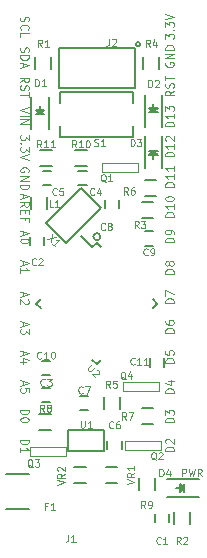
<source format=gbr>
G04 #@! TF.FileFunction,Legend,Top*
%FSLAX46Y46*%
G04 Gerber Fmt 4.6, Leading zero omitted, Abs format (unit mm)*
G04 Created by KiCad (PCBNEW 4.0.3+e1-6302~38~ubuntu16.04.1-stable) date Sat Aug 13 15:25:40 2016*
%MOMM*%
%LPD*%
G01*
G04 APERTURE LIST*
%ADD10C,0.100000*%
%ADD11C,0.120000*%
%ADD12C,0.150000*%
%ADD13C,0.119380*%
%ADD14C,0.127000*%
G04 APERTURE END LIST*
D10*
X141400000Y-139621429D02*
X141400000Y-139021429D01*
X141628572Y-139021429D01*
X141685714Y-139050000D01*
X141714286Y-139078571D01*
X141742857Y-139135714D01*
X141742857Y-139221429D01*
X141714286Y-139278571D01*
X141685714Y-139307143D01*
X141628572Y-139335714D01*
X141400000Y-139335714D01*
X141942857Y-139021429D02*
X142085714Y-139621429D01*
X142200000Y-139192857D01*
X142314286Y-139621429D01*
X142457143Y-139021429D01*
X143028571Y-139621429D02*
X142828571Y-139335714D01*
X142685714Y-139621429D02*
X142685714Y-139021429D01*
X142914286Y-139021429D01*
X142971428Y-139050000D01*
X143000000Y-139078571D01*
X143028571Y-139135714D01*
X143028571Y-139221429D01*
X143000000Y-139278571D01*
X142971428Y-139307143D01*
X142914286Y-139335714D01*
X142685714Y-139335714D01*
X140666667Y-137516666D02*
X139966667Y-137516666D01*
X139966667Y-137350000D01*
X140000000Y-137250000D01*
X140066667Y-137183333D01*
X140133333Y-137150000D01*
X140266667Y-137116666D01*
X140366667Y-137116666D01*
X140500000Y-137150000D01*
X140566667Y-137183333D01*
X140633333Y-137250000D01*
X140666667Y-137350000D01*
X140666667Y-137516666D01*
X140033333Y-136850000D02*
X140000000Y-136816666D01*
X139966667Y-136750000D01*
X139966667Y-136583333D01*
X140000000Y-136516666D01*
X140033333Y-136483333D01*
X140100000Y-136450000D01*
X140166667Y-136450000D01*
X140266667Y-136483333D01*
X140666667Y-136883333D01*
X140666667Y-136450000D01*
X140666667Y-135066666D02*
X139966667Y-135066666D01*
X139966667Y-134900000D01*
X140000000Y-134800000D01*
X140066667Y-134733333D01*
X140133333Y-134700000D01*
X140266667Y-134666666D01*
X140366667Y-134666666D01*
X140500000Y-134700000D01*
X140566667Y-134733333D01*
X140633333Y-134800000D01*
X140666667Y-134900000D01*
X140666667Y-135066666D01*
X139966667Y-134433333D02*
X139966667Y-134000000D01*
X140233333Y-134233333D01*
X140233333Y-134133333D01*
X140266667Y-134066666D01*
X140300000Y-134033333D01*
X140366667Y-134000000D01*
X140533333Y-134000000D01*
X140600000Y-134033333D01*
X140633333Y-134066666D01*
X140666667Y-134133333D01*
X140666667Y-134333333D01*
X140633333Y-134400000D01*
X140600000Y-134433333D01*
X140666667Y-132566666D02*
X139966667Y-132566666D01*
X139966667Y-132400000D01*
X140000000Y-132300000D01*
X140066667Y-132233333D01*
X140133333Y-132200000D01*
X140266667Y-132166666D01*
X140366667Y-132166666D01*
X140500000Y-132200000D01*
X140566667Y-132233333D01*
X140633333Y-132300000D01*
X140666667Y-132400000D01*
X140666667Y-132566666D01*
X140200000Y-131566666D02*
X140666667Y-131566666D01*
X139933333Y-131733333D02*
X140433333Y-131900000D01*
X140433333Y-131466666D01*
X140666667Y-130016666D02*
X139966667Y-130016666D01*
X139966667Y-129850000D01*
X140000000Y-129750000D01*
X140066667Y-129683333D01*
X140133333Y-129650000D01*
X140266667Y-129616666D01*
X140366667Y-129616666D01*
X140500000Y-129650000D01*
X140566667Y-129683333D01*
X140633333Y-129750000D01*
X140666667Y-129850000D01*
X140666667Y-130016666D01*
X139966667Y-128983333D02*
X139966667Y-129316666D01*
X140300000Y-129350000D01*
X140266667Y-129316666D01*
X140233333Y-129250000D01*
X140233333Y-129083333D01*
X140266667Y-129016666D01*
X140300000Y-128983333D01*
X140366667Y-128950000D01*
X140533333Y-128950000D01*
X140600000Y-128983333D01*
X140633333Y-129016666D01*
X140666667Y-129083333D01*
X140666667Y-129250000D01*
X140633333Y-129316666D01*
X140600000Y-129350000D01*
X140666667Y-127466666D02*
X139966667Y-127466666D01*
X139966667Y-127300000D01*
X140000000Y-127200000D01*
X140066667Y-127133333D01*
X140133333Y-127100000D01*
X140266667Y-127066666D01*
X140366667Y-127066666D01*
X140500000Y-127100000D01*
X140566667Y-127133333D01*
X140633333Y-127200000D01*
X140666667Y-127300000D01*
X140666667Y-127466666D01*
X139966667Y-126466666D02*
X139966667Y-126600000D01*
X140000000Y-126666666D01*
X140033333Y-126700000D01*
X140133333Y-126766666D01*
X140266667Y-126800000D01*
X140533333Y-126800000D01*
X140600000Y-126766666D01*
X140633333Y-126733333D01*
X140666667Y-126666666D01*
X140666667Y-126533333D01*
X140633333Y-126466666D01*
X140600000Y-126433333D01*
X140533333Y-126400000D01*
X140366667Y-126400000D01*
X140300000Y-126433333D01*
X140266667Y-126466666D01*
X140233333Y-126533333D01*
X140233333Y-126666666D01*
X140266667Y-126733333D01*
X140300000Y-126766666D01*
X140366667Y-126800000D01*
X140666667Y-124966666D02*
X139966667Y-124966666D01*
X139966667Y-124800000D01*
X140000000Y-124700000D01*
X140066667Y-124633333D01*
X140133333Y-124600000D01*
X140266667Y-124566666D01*
X140366667Y-124566666D01*
X140500000Y-124600000D01*
X140566667Y-124633333D01*
X140633333Y-124700000D01*
X140666667Y-124800000D01*
X140666667Y-124966666D01*
X139966667Y-124333333D02*
X139966667Y-123866666D01*
X140666667Y-124166666D01*
X140666667Y-122466666D02*
X139966667Y-122466666D01*
X139966667Y-122300000D01*
X140000000Y-122200000D01*
X140066667Y-122133333D01*
X140133333Y-122100000D01*
X140266667Y-122066666D01*
X140366667Y-122066666D01*
X140500000Y-122100000D01*
X140566667Y-122133333D01*
X140633333Y-122200000D01*
X140666667Y-122300000D01*
X140666667Y-122466666D01*
X140266667Y-121666666D02*
X140233333Y-121733333D01*
X140200000Y-121766666D01*
X140133333Y-121800000D01*
X140100000Y-121800000D01*
X140033333Y-121766666D01*
X140000000Y-121733333D01*
X139966667Y-121666666D01*
X139966667Y-121533333D01*
X140000000Y-121466666D01*
X140033333Y-121433333D01*
X140100000Y-121400000D01*
X140133333Y-121400000D01*
X140200000Y-121433333D01*
X140233333Y-121466666D01*
X140266667Y-121533333D01*
X140266667Y-121666666D01*
X140300000Y-121733333D01*
X140333333Y-121766666D01*
X140400000Y-121800000D01*
X140533333Y-121800000D01*
X140600000Y-121766666D01*
X140633333Y-121733333D01*
X140666667Y-121666666D01*
X140666667Y-121533333D01*
X140633333Y-121466666D01*
X140600000Y-121433333D01*
X140533333Y-121400000D01*
X140400000Y-121400000D01*
X140333333Y-121433333D01*
X140300000Y-121466666D01*
X140266667Y-121533333D01*
X140666667Y-119816666D02*
X139966667Y-119816666D01*
X139966667Y-119650000D01*
X140000000Y-119550000D01*
X140066667Y-119483333D01*
X140133333Y-119450000D01*
X140266667Y-119416666D01*
X140366667Y-119416666D01*
X140500000Y-119450000D01*
X140566667Y-119483333D01*
X140633333Y-119550000D01*
X140666667Y-119650000D01*
X140666667Y-119816666D01*
X140666667Y-119083333D02*
X140666667Y-118950000D01*
X140633333Y-118883333D01*
X140600000Y-118850000D01*
X140500000Y-118783333D01*
X140366667Y-118750000D01*
X140100000Y-118750000D01*
X140033333Y-118783333D01*
X140000000Y-118816666D01*
X139966667Y-118883333D01*
X139966667Y-119016666D01*
X140000000Y-119083333D01*
X140033333Y-119116666D01*
X140100000Y-119150000D01*
X140266667Y-119150000D01*
X140333333Y-119116666D01*
X140366667Y-119083333D01*
X140400000Y-119016666D01*
X140400000Y-118883333D01*
X140366667Y-118816666D01*
X140333333Y-118783333D01*
X140266667Y-118750000D01*
X140666667Y-117650000D02*
X139966667Y-117650000D01*
X139966667Y-117483334D01*
X140000000Y-117383334D01*
X140066667Y-117316667D01*
X140133333Y-117283334D01*
X140266667Y-117250000D01*
X140366667Y-117250000D01*
X140500000Y-117283334D01*
X140566667Y-117316667D01*
X140633333Y-117383334D01*
X140666667Y-117483334D01*
X140666667Y-117650000D01*
X140666667Y-116583334D02*
X140666667Y-116983334D01*
X140666667Y-116783334D02*
X139966667Y-116783334D01*
X140066667Y-116850000D01*
X140133333Y-116916667D01*
X140166667Y-116983334D01*
X139966667Y-116150000D02*
X139966667Y-116083333D01*
X140000000Y-116016667D01*
X140033333Y-115983333D01*
X140100000Y-115950000D01*
X140233333Y-115916667D01*
X140400000Y-115916667D01*
X140533333Y-115950000D01*
X140600000Y-115983333D01*
X140633333Y-116016667D01*
X140666667Y-116083333D01*
X140666667Y-116150000D01*
X140633333Y-116216667D01*
X140600000Y-116250000D01*
X140533333Y-116283333D01*
X140400000Y-116316667D01*
X140233333Y-116316667D01*
X140100000Y-116283333D01*
X140033333Y-116250000D01*
X140000000Y-116216667D01*
X139966667Y-116150000D01*
X140666667Y-115100000D02*
X139966667Y-115100000D01*
X139966667Y-114933334D01*
X140000000Y-114833334D01*
X140066667Y-114766667D01*
X140133333Y-114733334D01*
X140266667Y-114700000D01*
X140366667Y-114700000D01*
X140500000Y-114733334D01*
X140566667Y-114766667D01*
X140633333Y-114833334D01*
X140666667Y-114933334D01*
X140666667Y-115100000D01*
X140666667Y-114033334D02*
X140666667Y-114433334D01*
X140666667Y-114233334D02*
X139966667Y-114233334D01*
X140066667Y-114300000D01*
X140133333Y-114366667D01*
X140166667Y-114433334D01*
X140666667Y-113366667D02*
X140666667Y-113766667D01*
X140666667Y-113566667D02*
X139966667Y-113566667D01*
X140066667Y-113633333D01*
X140133333Y-113700000D01*
X140166667Y-113766667D01*
X140666667Y-112550000D02*
X139966667Y-112550000D01*
X139966667Y-112383334D01*
X140000000Y-112283334D01*
X140066667Y-112216667D01*
X140133333Y-112183334D01*
X140266667Y-112150000D01*
X140366667Y-112150000D01*
X140500000Y-112183334D01*
X140566667Y-112216667D01*
X140633333Y-112283334D01*
X140666667Y-112383334D01*
X140666667Y-112550000D01*
X140666667Y-111483334D02*
X140666667Y-111883334D01*
X140666667Y-111683334D02*
X139966667Y-111683334D01*
X140066667Y-111750000D01*
X140133333Y-111816667D01*
X140166667Y-111883334D01*
X140033333Y-111216667D02*
X140000000Y-111183333D01*
X139966667Y-111116667D01*
X139966667Y-110950000D01*
X140000000Y-110883333D01*
X140033333Y-110850000D01*
X140100000Y-110816667D01*
X140166667Y-110816667D01*
X140266667Y-110850000D01*
X140666667Y-111250000D01*
X140666667Y-110816667D01*
X140666667Y-110000000D02*
X139966667Y-110000000D01*
X139966667Y-109833334D01*
X140000000Y-109733334D01*
X140066667Y-109666667D01*
X140133333Y-109633334D01*
X140266667Y-109600000D01*
X140366667Y-109600000D01*
X140500000Y-109633334D01*
X140566667Y-109666667D01*
X140633333Y-109733334D01*
X140666667Y-109833334D01*
X140666667Y-110000000D01*
X140666667Y-108933334D02*
X140666667Y-109333334D01*
X140666667Y-109133334D02*
X139966667Y-109133334D01*
X140066667Y-109200000D01*
X140133333Y-109266667D01*
X140166667Y-109333334D01*
X139966667Y-108700000D02*
X139966667Y-108266667D01*
X140233333Y-108500000D01*
X140233333Y-108400000D01*
X140266667Y-108333333D01*
X140300000Y-108300000D01*
X140366667Y-108266667D01*
X140533333Y-108266667D01*
X140600000Y-108300000D01*
X140633333Y-108333333D01*
X140666667Y-108400000D01*
X140666667Y-108600000D01*
X140633333Y-108666667D01*
X140600000Y-108700000D01*
X140666667Y-106983333D02*
X140333333Y-107216667D01*
X140666667Y-107383333D02*
X139966667Y-107383333D01*
X139966667Y-107116667D01*
X140000000Y-107050000D01*
X140033333Y-107016667D01*
X140100000Y-106983333D01*
X140200000Y-106983333D01*
X140266667Y-107016667D01*
X140300000Y-107050000D01*
X140333333Y-107116667D01*
X140333333Y-107383333D01*
X140633333Y-106716667D02*
X140666667Y-106616667D01*
X140666667Y-106450000D01*
X140633333Y-106383333D01*
X140600000Y-106350000D01*
X140533333Y-106316667D01*
X140466667Y-106316667D01*
X140400000Y-106350000D01*
X140366667Y-106383333D01*
X140333333Y-106450000D01*
X140300000Y-106583333D01*
X140266667Y-106650000D01*
X140233333Y-106683333D01*
X140166667Y-106716667D01*
X140100000Y-106716667D01*
X140033333Y-106683333D01*
X140000000Y-106650000D01*
X139966667Y-106583333D01*
X139966667Y-106416667D01*
X140000000Y-106316667D01*
X139966667Y-106116666D02*
X139966667Y-105716666D01*
X140666667Y-105916666D02*
X139966667Y-105916666D01*
X140000000Y-104583333D02*
X139966667Y-104649999D01*
X139966667Y-104749999D01*
X140000000Y-104849999D01*
X140066667Y-104916666D01*
X140133333Y-104949999D01*
X140266667Y-104983333D01*
X140366667Y-104983333D01*
X140500000Y-104949999D01*
X140566667Y-104916666D01*
X140633333Y-104849999D01*
X140666667Y-104749999D01*
X140666667Y-104683333D01*
X140633333Y-104583333D01*
X140600000Y-104549999D01*
X140366667Y-104549999D01*
X140366667Y-104683333D01*
X140666667Y-104249999D02*
X139966667Y-104249999D01*
X140666667Y-103849999D01*
X139966667Y-103849999D01*
X140666667Y-103516666D02*
X139966667Y-103516666D01*
X139966667Y-103350000D01*
X140000000Y-103250000D01*
X140066667Y-103183333D01*
X140133333Y-103150000D01*
X140266667Y-103116666D01*
X140366667Y-103116666D01*
X140500000Y-103150000D01*
X140566667Y-103183333D01*
X140633333Y-103250000D01*
X140666667Y-103350000D01*
X140666667Y-103516666D01*
X127716667Y-100716666D02*
X127683333Y-100816666D01*
X127683333Y-100983333D01*
X127716667Y-101050000D01*
X127750000Y-101083333D01*
X127816667Y-101116666D01*
X127883333Y-101116666D01*
X127950000Y-101083333D01*
X127983333Y-101050000D01*
X128016667Y-100983333D01*
X128050000Y-100850000D01*
X128083333Y-100783333D01*
X128116667Y-100750000D01*
X128183333Y-100716666D01*
X128250000Y-100716666D01*
X128316667Y-100750000D01*
X128350000Y-100783333D01*
X128383333Y-100850000D01*
X128383333Y-101016666D01*
X128350000Y-101116666D01*
X127750000Y-101816667D02*
X127716667Y-101783333D01*
X127683333Y-101683333D01*
X127683333Y-101616667D01*
X127716667Y-101516667D01*
X127783333Y-101450000D01*
X127850000Y-101416667D01*
X127983333Y-101383333D01*
X128083333Y-101383333D01*
X128216667Y-101416667D01*
X128283333Y-101450000D01*
X128350000Y-101516667D01*
X128383333Y-101616667D01*
X128383333Y-101683333D01*
X128350000Y-101783333D01*
X128316667Y-101816667D01*
X127683333Y-102450000D02*
X127683333Y-102116667D01*
X128383333Y-102116667D01*
X127716667Y-103300000D02*
X127683333Y-103400000D01*
X127683333Y-103566667D01*
X127716667Y-103633334D01*
X127750000Y-103666667D01*
X127816667Y-103700000D01*
X127883333Y-103700000D01*
X127950000Y-103666667D01*
X127983333Y-103633334D01*
X128016667Y-103566667D01*
X128050000Y-103433334D01*
X128083333Y-103366667D01*
X128116667Y-103333334D01*
X128183333Y-103300000D01*
X128250000Y-103300000D01*
X128316667Y-103333334D01*
X128350000Y-103366667D01*
X128383333Y-103433334D01*
X128383333Y-103600000D01*
X128350000Y-103700000D01*
X127683333Y-104000001D02*
X128383333Y-104000001D01*
X128383333Y-104166667D01*
X128350000Y-104266667D01*
X128283333Y-104333334D01*
X128216667Y-104366667D01*
X128083333Y-104400001D01*
X127983333Y-104400001D01*
X127850000Y-104366667D01*
X127783333Y-104333334D01*
X127716667Y-104266667D01*
X127683333Y-104166667D01*
X127683333Y-104000001D01*
X127883333Y-104666667D02*
X127883333Y-105000001D01*
X127683333Y-104600001D02*
X128383333Y-104833334D01*
X127683333Y-105066667D01*
X127683333Y-106266667D02*
X128016667Y-106033333D01*
X127683333Y-105866667D02*
X128383333Y-105866667D01*
X128383333Y-106133333D01*
X128350000Y-106200000D01*
X128316667Y-106233333D01*
X128250000Y-106266667D01*
X128150000Y-106266667D01*
X128083333Y-106233333D01*
X128050000Y-106200000D01*
X128016667Y-106133333D01*
X128016667Y-105866667D01*
X127716667Y-106533333D02*
X127683333Y-106633333D01*
X127683333Y-106800000D01*
X127716667Y-106866667D01*
X127750000Y-106900000D01*
X127816667Y-106933333D01*
X127883333Y-106933333D01*
X127950000Y-106900000D01*
X127983333Y-106866667D01*
X128016667Y-106800000D01*
X128050000Y-106666667D01*
X128083333Y-106600000D01*
X128116667Y-106566667D01*
X128183333Y-106533333D01*
X128250000Y-106533333D01*
X128316667Y-106566667D01*
X128350000Y-106600000D01*
X128383333Y-106666667D01*
X128383333Y-106833333D01*
X128350000Y-106933333D01*
X128383333Y-107133334D02*
X128383333Y-107533334D01*
X127683333Y-107333334D02*
X128383333Y-107333334D01*
X128383333Y-108383334D02*
X127683333Y-108616667D01*
X128383333Y-108850000D01*
X127683333Y-109083334D02*
X128383333Y-109083334D01*
X127683333Y-109416667D02*
X128383333Y-109416667D01*
X127683333Y-109816667D01*
X128383333Y-109816667D01*
X128383333Y-110716667D02*
X128383333Y-111150000D01*
X128116667Y-110916667D01*
X128116667Y-111016667D01*
X128083333Y-111083334D01*
X128050000Y-111116667D01*
X127983333Y-111150000D01*
X127816667Y-111150000D01*
X127750000Y-111116667D01*
X127716667Y-111083334D01*
X127683333Y-111016667D01*
X127683333Y-110816667D01*
X127716667Y-110750000D01*
X127750000Y-110716667D01*
X127750000Y-111450001D02*
X127716667Y-111483334D01*
X127683333Y-111450001D01*
X127716667Y-111416667D01*
X127750000Y-111450001D01*
X127683333Y-111450001D01*
X128383333Y-111716667D02*
X128383333Y-112150000D01*
X128116667Y-111916667D01*
X128116667Y-112016667D01*
X128083333Y-112083334D01*
X128050000Y-112116667D01*
X127983333Y-112150000D01*
X127816667Y-112150000D01*
X127750000Y-112116667D01*
X127716667Y-112083334D01*
X127683333Y-112016667D01*
X127683333Y-111816667D01*
X127716667Y-111750000D01*
X127750000Y-111716667D01*
X128383333Y-112350001D02*
X127683333Y-112583334D01*
X128383333Y-112816667D01*
X128350000Y-113866667D02*
X128383333Y-113800001D01*
X128383333Y-113700001D01*
X128350000Y-113600001D01*
X128283333Y-113533334D01*
X128216667Y-113500001D01*
X128083333Y-113466667D01*
X127983333Y-113466667D01*
X127850000Y-113500001D01*
X127783333Y-113533334D01*
X127716667Y-113600001D01*
X127683333Y-113700001D01*
X127683333Y-113766667D01*
X127716667Y-113866667D01*
X127750000Y-113900001D01*
X127983333Y-113900001D01*
X127983333Y-113766667D01*
X127683333Y-114200001D02*
X128383333Y-114200001D01*
X127683333Y-114600001D01*
X128383333Y-114600001D01*
X127683333Y-114933334D02*
X128383333Y-114933334D01*
X128383333Y-115100000D01*
X128350000Y-115200000D01*
X128283333Y-115266667D01*
X128216667Y-115300000D01*
X128083333Y-115333334D01*
X127983333Y-115333334D01*
X127850000Y-115300000D01*
X127783333Y-115266667D01*
X127716667Y-115200000D01*
X127683333Y-115100000D01*
X127683333Y-114933334D01*
X127883333Y-115766667D02*
X127883333Y-116100001D01*
X127683333Y-115700001D02*
X128383333Y-115933334D01*
X127683333Y-116166667D01*
X127683333Y-116800001D02*
X128016667Y-116566667D01*
X127683333Y-116400001D02*
X128383333Y-116400001D01*
X128383333Y-116666667D01*
X128350000Y-116733334D01*
X128316667Y-116766667D01*
X128250000Y-116800001D01*
X128150000Y-116800001D01*
X128083333Y-116766667D01*
X128050000Y-116733334D01*
X128016667Y-116666667D01*
X128016667Y-116400001D01*
X128050000Y-117100001D02*
X128050000Y-117333334D01*
X127683333Y-117433334D02*
X127683333Y-117100001D01*
X128383333Y-117100001D01*
X128383333Y-117433334D01*
X128050000Y-117966667D02*
X128050000Y-117733334D01*
X127683333Y-117733334D02*
X128383333Y-117733334D01*
X128383333Y-118066667D01*
X127883333Y-118900000D02*
X127883333Y-119233334D01*
X127683333Y-118833334D02*
X128383333Y-119066667D01*
X127683333Y-119300000D01*
X128383333Y-119666667D02*
X128383333Y-119733334D01*
X128350000Y-119800000D01*
X128316667Y-119833334D01*
X128250000Y-119866667D01*
X128116667Y-119900000D01*
X127950000Y-119900000D01*
X127816667Y-119866667D01*
X127750000Y-119833334D01*
X127716667Y-119800000D01*
X127683333Y-119733334D01*
X127683333Y-119666667D01*
X127716667Y-119600000D01*
X127750000Y-119566667D01*
X127816667Y-119533334D01*
X127950000Y-119500000D01*
X128116667Y-119500000D01*
X128250000Y-119533334D01*
X128316667Y-119566667D01*
X128350000Y-119600000D01*
X128383333Y-119666667D01*
X127883333Y-121400000D02*
X127883333Y-121733334D01*
X127683333Y-121333334D02*
X128383333Y-121566667D01*
X127683333Y-121800000D01*
X127683333Y-122400000D02*
X127683333Y-122000000D01*
X127683333Y-122200000D02*
X128383333Y-122200000D01*
X128283333Y-122133334D01*
X128216667Y-122066667D01*
X128183333Y-122000000D01*
X127883333Y-124050000D02*
X127883333Y-124383334D01*
X127683333Y-123983334D02*
X128383333Y-124216667D01*
X127683333Y-124450000D01*
X128316667Y-124650000D02*
X128350000Y-124683334D01*
X128383333Y-124750000D01*
X128383333Y-124916667D01*
X128350000Y-124983334D01*
X128316667Y-125016667D01*
X128250000Y-125050000D01*
X128183333Y-125050000D01*
X128083333Y-125016667D01*
X127683333Y-124616667D01*
X127683333Y-125050000D01*
X127883333Y-126550000D02*
X127883333Y-126883334D01*
X127683333Y-126483334D02*
X128383333Y-126716667D01*
X127683333Y-126950000D01*
X128383333Y-127116667D02*
X128383333Y-127550000D01*
X128116667Y-127316667D01*
X128116667Y-127416667D01*
X128083333Y-127483334D01*
X128050000Y-127516667D01*
X127983333Y-127550000D01*
X127816667Y-127550000D01*
X127750000Y-127516667D01*
X127716667Y-127483334D01*
X127683333Y-127416667D01*
X127683333Y-127216667D01*
X127716667Y-127150000D01*
X127750000Y-127116667D01*
X127883333Y-129050000D02*
X127883333Y-129383334D01*
X127683333Y-128983334D02*
X128383333Y-129216667D01*
X127683333Y-129450000D01*
X128150000Y-129983334D02*
X127683333Y-129983334D01*
X128416667Y-129816667D02*
X127916667Y-129650000D01*
X127916667Y-130083334D01*
X127883333Y-131550000D02*
X127883333Y-131883334D01*
X127683333Y-131483334D02*
X128383333Y-131716667D01*
X127683333Y-131950000D01*
X128383333Y-132516667D02*
X128383333Y-132183334D01*
X128050000Y-132150000D01*
X128083333Y-132183334D01*
X128116667Y-132250000D01*
X128116667Y-132416667D01*
X128083333Y-132483334D01*
X128050000Y-132516667D01*
X127983333Y-132550000D01*
X127816667Y-132550000D01*
X127750000Y-132516667D01*
X127716667Y-132483334D01*
X127683333Y-132416667D01*
X127683333Y-132250000D01*
X127716667Y-132183334D01*
X127750000Y-132150000D01*
X127683333Y-133983334D02*
X128383333Y-133983334D01*
X128383333Y-134150000D01*
X128350000Y-134250000D01*
X128283333Y-134316667D01*
X128216667Y-134350000D01*
X128083333Y-134383334D01*
X127983333Y-134383334D01*
X127850000Y-134350000D01*
X127783333Y-134316667D01*
X127716667Y-134250000D01*
X127683333Y-134150000D01*
X127683333Y-133983334D01*
X128383333Y-134816667D02*
X128383333Y-134883334D01*
X128350000Y-134950000D01*
X128316667Y-134983334D01*
X128250000Y-135016667D01*
X128116667Y-135050000D01*
X127950000Y-135050000D01*
X127816667Y-135016667D01*
X127750000Y-134983334D01*
X127716667Y-134950000D01*
X127683333Y-134883334D01*
X127683333Y-134816667D01*
X127716667Y-134750000D01*
X127750000Y-134716667D01*
X127816667Y-134683334D01*
X127950000Y-134650000D01*
X128116667Y-134650000D01*
X128250000Y-134683334D01*
X128316667Y-134716667D01*
X128350000Y-134750000D01*
X128383333Y-134816667D01*
X139966667Y-102583333D02*
X139966667Y-102150000D01*
X140233333Y-102383333D01*
X140233333Y-102283333D01*
X140266667Y-102216666D01*
X140300000Y-102183333D01*
X140366667Y-102150000D01*
X140533333Y-102150000D01*
X140600000Y-102183333D01*
X140633333Y-102216666D01*
X140666667Y-102283333D01*
X140666667Y-102483333D01*
X140633333Y-102550000D01*
X140600000Y-102583333D01*
X140600000Y-101849999D02*
X140633333Y-101816666D01*
X140666667Y-101849999D01*
X140633333Y-101883333D01*
X140600000Y-101849999D01*
X140666667Y-101849999D01*
X139966667Y-101583333D02*
X139966667Y-101150000D01*
X140233333Y-101383333D01*
X140233333Y-101283333D01*
X140266667Y-101216666D01*
X140300000Y-101183333D01*
X140366667Y-101150000D01*
X140533333Y-101150000D01*
X140600000Y-101183333D01*
X140633333Y-101216666D01*
X140666667Y-101283333D01*
X140666667Y-101483333D01*
X140633333Y-101550000D01*
X140600000Y-101583333D01*
X139966667Y-100949999D02*
X140666667Y-100716666D01*
X139966667Y-100483333D01*
D11*
X127683333Y-136533334D02*
X128383333Y-136533334D01*
X128383333Y-136700000D01*
X128350000Y-136800000D01*
X128283333Y-136866667D01*
X128216667Y-136900000D01*
X128083333Y-136933334D01*
X127983333Y-136933334D01*
X127850000Y-136900000D01*
X127783333Y-136866667D01*
X127716667Y-136800000D01*
X127683333Y-136700000D01*
X127683333Y-136533334D01*
X127683333Y-137600000D02*
X127683333Y-137200000D01*
X127683333Y-137400000D02*
X128383333Y-137400000D01*
X128283333Y-137333334D01*
X128216667Y-137266667D01*
X128183333Y-137200000D01*
D12*
X140250000Y-142800000D02*
X140250000Y-143500000D01*
X139050000Y-143500000D02*
X139050000Y-142800000D01*
X129700000Y-119350000D02*
X129700000Y-120050000D01*
X128500000Y-120050000D02*
X128500000Y-119350000D01*
X129500000Y-132150000D02*
X130200000Y-132150000D01*
X130200000Y-133350000D02*
X129500000Y-133350000D01*
X133300000Y-114950000D02*
X132600000Y-114950000D01*
X132600000Y-113750000D02*
X133300000Y-113750000D01*
X130300000Y-114950000D02*
X129600000Y-114950000D01*
X129600000Y-113750000D02*
X130300000Y-113750000D01*
X136250000Y-136650000D02*
X136250000Y-137350000D01*
X135050000Y-137350000D02*
X135050000Y-136650000D01*
X132700000Y-132800000D02*
X133400000Y-132800000D01*
X133400000Y-134000000D02*
X132700000Y-134000000D01*
X134850000Y-116950000D02*
X134850000Y-116250000D01*
X136050000Y-116250000D02*
X136050000Y-116950000D01*
X138900000Y-120100000D02*
X138200000Y-120100000D01*
X138200000Y-118900000D02*
X138900000Y-118900000D01*
X129500000Y-129850000D02*
X130200000Y-129850000D01*
X130200000Y-131050000D02*
X129500000Y-131050000D01*
X139850000Y-129650000D02*
X139850000Y-130350000D01*
X138650000Y-130350000D02*
X138650000Y-129650000D01*
X130100000Y-110200000D02*
X130100000Y-107500000D01*
X128600000Y-110200000D02*
X128600000Y-107500000D01*
X129500000Y-108700000D02*
X129250000Y-108700000D01*
X129250000Y-108700000D02*
X129400000Y-108850000D01*
X129000000Y-108950000D02*
X129700000Y-108950000D01*
X129350000Y-108600000D02*
X129350000Y-108250000D01*
X129350000Y-108950000D02*
X129000000Y-108600000D01*
X129000000Y-108600000D02*
X129700000Y-108600000D01*
X129700000Y-108600000D02*
X129350000Y-108950000D01*
X139700000Y-110050000D02*
X139700000Y-107350000D01*
X138200000Y-110050000D02*
X138200000Y-107350000D01*
X139100000Y-108550000D02*
X138850000Y-108550000D01*
X138850000Y-108550000D02*
X139000000Y-108700000D01*
X138600000Y-108800000D02*
X139300000Y-108800000D01*
X138950000Y-108450000D02*
X138950000Y-108100000D01*
X138950000Y-108800000D02*
X138600000Y-108450000D01*
X138600000Y-108450000D02*
X139300000Y-108450000D01*
X139300000Y-108450000D02*
X138950000Y-108800000D01*
X138200000Y-110850000D02*
X138200000Y-113550000D01*
X139700000Y-110850000D02*
X139700000Y-113550000D01*
X138800000Y-112350000D02*
X139050000Y-112350000D01*
X139050000Y-112350000D02*
X138900000Y-112200000D01*
X139300000Y-112100000D02*
X138600000Y-112100000D01*
X138950000Y-112450000D02*
X138950000Y-112800000D01*
X138950000Y-112100000D02*
X139300000Y-112450000D01*
X139300000Y-112450000D02*
X138600000Y-112450000D01*
X138600000Y-112450000D02*
X138950000Y-112100000D01*
X142800000Y-139900000D02*
X140100000Y-139900000D01*
X142800000Y-141400000D02*
X140100000Y-141400000D01*
X141300000Y-140500000D02*
X141300000Y-140750000D01*
X141300000Y-140750000D02*
X141450000Y-140600000D01*
X141550000Y-141000000D02*
X141550000Y-140300000D01*
X141200000Y-140650000D02*
X140850000Y-140650000D01*
X141550000Y-140650000D02*
X141200000Y-141000000D01*
X141200000Y-141000000D02*
X141200000Y-140300000D01*
X141200000Y-140300000D02*
X141550000Y-140650000D01*
X126450000Y-139425000D02*
X128450000Y-139425000D01*
X128450000Y-142375000D02*
X126450000Y-142375000D01*
X128575000Y-117000000D02*
X128575000Y-116000000D01*
X129925000Y-116000000D02*
X129925000Y-117000000D01*
D13*
X134626000Y-113119000D02*
X137674000Y-113119000D01*
X137674000Y-113119000D02*
X137674000Y-113881000D01*
X137674000Y-113881000D02*
X134626000Y-113881000D01*
X134626000Y-113881000D02*
X134626000Y-113119000D01*
X136537000Y-136669000D02*
X139585000Y-136669000D01*
X139585000Y-136669000D02*
X139585000Y-137431000D01*
X139585000Y-137431000D02*
X136537000Y-137431000D01*
X136537000Y-137431000D02*
X136537000Y-136669000D01*
X128526000Y-137169000D02*
X131574000Y-137169000D01*
X131574000Y-137169000D02*
X131574000Y-137931000D01*
X131574000Y-137931000D02*
X128526000Y-137931000D01*
X128526000Y-137931000D02*
X128526000Y-137169000D01*
X139424000Y-132381000D02*
X136376000Y-132381000D01*
X136376000Y-132381000D02*
X136376000Y-131619000D01*
X136376000Y-131619000D02*
X139424000Y-131619000D01*
X139424000Y-131619000D02*
X139424000Y-132381000D01*
D12*
X128925000Y-105150000D02*
X128925000Y-104150000D01*
X130275000Y-104150000D02*
X130275000Y-105150000D01*
X140675000Y-143650000D02*
X140675000Y-142650000D01*
X142025000Y-142650000D02*
X142025000Y-143650000D01*
X138950000Y-117775000D02*
X137950000Y-117775000D01*
X137950000Y-116425000D02*
X138950000Y-116425000D01*
X138075000Y-105150000D02*
X138075000Y-104150000D01*
X139425000Y-104150000D02*
X139425000Y-105150000D01*
X134725000Y-133950000D02*
X134725000Y-132950000D01*
X136075000Y-132950000D02*
X136075000Y-133950000D01*
X139200000Y-115875000D02*
X138200000Y-115875000D01*
X138200000Y-114525000D02*
X139200000Y-114525000D01*
X138950000Y-135225000D02*
X137950000Y-135225000D01*
X137950000Y-133875000D02*
X138950000Y-133875000D01*
X130300000Y-135675000D02*
X129300000Y-135675000D01*
X129300000Y-134325000D02*
X130300000Y-134325000D01*
X137725000Y-140800000D02*
X137725000Y-139800000D01*
X139075000Y-139800000D02*
X139075000Y-140800000D01*
X132300000Y-112025000D02*
X133300000Y-112025000D01*
X133300000Y-113375000D02*
X132300000Y-113375000D01*
X130350000Y-113375000D02*
X129350000Y-113375000D01*
X129350000Y-112025000D02*
X130350000Y-112025000D01*
X137250000Y-110900000D02*
X137250000Y-110000000D01*
X131050000Y-110900000D02*
X131050000Y-110000000D01*
X131050000Y-108000000D02*
X131050000Y-107100000D01*
X137250000Y-107100000D02*
X137250000Y-108000000D01*
X131050000Y-110900000D02*
X137250000Y-110900000D01*
X131050000Y-107100000D02*
X137250000Y-107100000D01*
D14*
X134774000Y-135711000D02*
X134774000Y-137489000D01*
X134774000Y-137489000D02*
X131726000Y-137489000D01*
X131726000Y-137489000D02*
X131726000Y-135711000D01*
X131726000Y-135711000D02*
X134774000Y-135711000D01*
D12*
X135900000Y-140225000D02*
X134900000Y-140225000D01*
X134900000Y-138875000D02*
X135900000Y-138875000D01*
X132200000Y-138875000D02*
X133200000Y-138875000D01*
X133200000Y-140225000D02*
X132200000Y-140225000D01*
X132836396Y-115216548D02*
X134533452Y-116913604D01*
X129866548Y-118186396D02*
X131563604Y-119883452D01*
X132836396Y-115216548D02*
X129866548Y-118186396D01*
X134533452Y-116913604D02*
X131563604Y-119883452D01*
X134450000Y-119343146D02*
G75*
G03X134450000Y-119343146I-300000J0D01*
G01*
X134150000Y-119873476D02*
X133778769Y-120244707D01*
X139276524Y-125000000D02*
X138905293Y-125371231D01*
X134150000Y-130126524D02*
X134521231Y-129755293D01*
X129023476Y-125000000D02*
X129394707Y-124628769D01*
X134150000Y-119873476D02*
X134521231Y-120244707D01*
X129023476Y-125000000D02*
X129394707Y-125371231D01*
X134150000Y-130126524D02*
X133778769Y-129755293D01*
X139276524Y-125000000D02*
X138905293Y-124628769D01*
X133778769Y-120244707D02*
X132806497Y-119272435D01*
X137830278Y-103050000D02*
G75*
G03X137830278Y-103050000I-180278J0D01*
G01*
X137350000Y-103350000D02*
X137350000Y-106750000D01*
X130950000Y-103350000D02*
X137350000Y-103350000D01*
X130950000Y-106750000D02*
X130950000Y-103350000D01*
X137350000Y-106750000D02*
X130950000Y-106750000D01*
D10*
X139550000Y-145314286D02*
X139521429Y-145342857D01*
X139435715Y-145371429D01*
X139378572Y-145371429D01*
X139292857Y-145342857D01*
X139235715Y-145285714D01*
X139207143Y-145228571D01*
X139178572Y-145114286D01*
X139178572Y-145028571D01*
X139207143Y-144914286D01*
X139235715Y-144857143D01*
X139292857Y-144800000D01*
X139378572Y-144771429D01*
X139435715Y-144771429D01*
X139521429Y-144800000D01*
X139550000Y-144828571D01*
X140121429Y-145371429D02*
X139778572Y-145371429D01*
X139950000Y-145371429D02*
X139950000Y-144771429D01*
X139892857Y-144857143D01*
X139835715Y-144914286D01*
X139778572Y-144942857D01*
X129000000Y-121714286D02*
X128971429Y-121742857D01*
X128885715Y-121771429D01*
X128828572Y-121771429D01*
X128742857Y-121742857D01*
X128685715Y-121685714D01*
X128657143Y-121628571D01*
X128628572Y-121514286D01*
X128628572Y-121428571D01*
X128657143Y-121314286D01*
X128685715Y-121257143D01*
X128742857Y-121200000D01*
X128828572Y-121171429D01*
X128885715Y-121171429D01*
X128971429Y-121200000D01*
X129000000Y-121228571D01*
X129228572Y-121228571D02*
X129257143Y-121200000D01*
X129314286Y-121171429D01*
X129457143Y-121171429D01*
X129514286Y-121200000D01*
X129542857Y-121228571D01*
X129571429Y-121285714D01*
X129571429Y-121342857D01*
X129542857Y-121428571D01*
X129200000Y-121771429D01*
X129571429Y-121771429D01*
X129750000Y-131914286D02*
X129721429Y-131942857D01*
X129635715Y-131971429D01*
X129578572Y-131971429D01*
X129492857Y-131942857D01*
X129435715Y-131885714D01*
X129407143Y-131828571D01*
X129378572Y-131714286D01*
X129378572Y-131628571D01*
X129407143Y-131514286D01*
X129435715Y-131457143D01*
X129492857Y-131400000D01*
X129578572Y-131371429D01*
X129635715Y-131371429D01*
X129721429Y-131400000D01*
X129750000Y-131428571D01*
X129950000Y-131371429D02*
X130321429Y-131371429D01*
X130121429Y-131600000D01*
X130207143Y-131600000D01*
X130264286Y-131628571D01*
X130292857Y-131657143D01*
X130321429Y-131714286D01*
X130321429Y-131857143D01*
X130292857Y-131914286D01*
X130264286Y-131942857D01*
X130207143Y-131971429D01*
X130035715Y-131971429D01*
X129978572Y-131942857D01*
X129950000Y-131914286D01*
X133950000Y-115764286D02*
X133921429Y-115792857D01*
X133835715Y-115821429D01*
X133778572Y-115821429D01*
X133692857Y-115792857D01*
X133635715Y-115735714D01*
X133607143Y-115678571D01*
X133578572Y-115564286D01*
X133578572Y-115478571D01*
X133607143Y-115364286D01*
X133635715Y-115307143D01*
X133692857Y-115250000D01*
X133778572Y-115221429D01*
X133835715Y-115221429D01*
X133921429Y-115250000D01*
X133950000Y-115278571D01*
X134464286Y-115421429D02*
X134464286Y-115821429D01*
X134321429Y-115192857D02*
X134178572Y-115621429D01*
X134550000Y-115621429D01*
X130750000Y-115764286D02*
X130721429Y-115792857D01*
X130635715Y-115821429D01*
X130578572Y-115821429D01*
X130492857Y-115792857D01*
X130435715Y-115735714D01*
X130407143Y-115678571D01*
X130378572Y-115564286D01*
X130378572Y-115478571D01*
X130407143Y-115364286D01*
X130435715Y-115307143D01*
X130492857Y-115250000D01*
X130578572Y-115221429D01*
X130635715Y-115221429D01*
X130721429Y-115250000D01*
X130750000Y-115278571D01*
X131292857Y-115221429D02*
X131007143Y-115221429D01*
X130978572Y-115507143D01*
X131007143Y-115478571D01*
X131064286Y-115450000D01*
X131207143Y-115450000D01*
X131264286Y-115478571D01*
X131292857Y-115507143D01*
X131321429Y-115564286D01*
X131321429Y-115707143D01*
X131292857Y-115764286D01*
X131264286Y-115792857D01*
X131207143Y-115821429D01*
X131064286Y-115821429D01*
X131007143Y-115792857D01*
X130978572Y-115764286D01*
X135550000Y-135514286D02*
X135521429Y-135542857D01*
X135435715Y-135571429D01*
X135378572Y-135571429D01*
X135292857Y-135542857D01*
X135235715Y-135485714D01*
X135207143Y-135428571D01*
X135178572Y-135314286D01*
X135178572Y-135228571D01*
X135207143Y-135114286D01*
X135235715Y-135057143D01*
X135292857Y-135000000D01*
X135378572Y-134971429D01*
X135435715Y-134971429D01*
X135521429Y-135000000D01*
X135550000Y-135028571D01*
X136064286Y-134971429D02*
X135950000Y-134971429D01*
X135892857Y-135000000D01*
X135864286Y-135028571D01*
X135807143Y-135114286D01*
X135778572Y-135228571D01*
X135778572Y-135457143D01*
X135807143Y-135514286D01*
X135835715Y-135542857D01*
X135892857Y-135571429D01*
X136007143Y-135571429D01*
X136064286Y-135542857D01*
X136092857Y-135514286D01*
X136121429Y-135457143D01*
X136121429Y-135314286D01*
X136092857Y-135257143D01*
X136064286Y-135228571D01*
X136007143Y-135200000D01*
X135892857Y-135200000D01*
X135835715Y-135228571D01*
X135807143Y-135257143D01*
X135778572Y-135314286D01*
X132950000Y-132564286D02*
X132921429Y-132592857D01*
X132835715Y-132621429D01*
X132778572Y-132621429D01*
X132692857Y-132592857D01*
X132635715Y-132535714D01*
X132607143Y-132478571D01*
X132578572Y-132364286D01*
X132578572Y-132278571D01*
X132607143Y-132164286D01*
X132635715Y-132107143D01*
X132692857Y-132050000D01*
X132778572Y-132021429D01*
X132835715Y-132021429D01*
X132921429Y-132050000D01*
X132950000Y-132078571D01*
X133150000Y-132021429D02*
X133550000Y-132021429D01*
X133292857Y-132621429D01*
X134850000Y-118714286D02*
X134821429Y-118742857D01*
X134735715Y-118771429D01*
X134678572Y-118771429D01*
X134592857Y-118742857D01*
X134535715Y-118685714D01*
X134507143Y-118628571D01*
X134478572Y-118514286D01*
X134478572Y-118428571D01*
X134507143Y-118314286D01*
X134535715Y-118257143D01*
X134592857Y-118200000D01*
X134678572Y-118171429D01*
X134735715Y-118171429D01*
X134821429Y-118200000D01*
X134850000Y-118228571D01*
X135192857Y-118428571D02*
X135135715Y-118400000D01*
X135107143Y-118371429D01*
X135078572Y-118314286D01*
X135078572Y-118285714D01*
X135107143Y-118228571D01*
X135135715Y-118200000D01*
X135192857Y-118171429D01*
X135307143Y-118171429D01*
X135364286Y-118200000D01*
X135392857Y-118228571D01*
X135421429Y-118285714D01*
X135421429Y-118314286D01*
X135392857Y-118371429D01*
X135364286Y-118400000D01*
X135307143Y-118428571D01*
X135192857Y-118428571D01*
X135135715Y-118457143D01*
X135107143Y-118485714D01*
X135078572Y-118542857D01*
X135078572Y-118657143D01*
X135107143Y-118714286D01*
X135135715Y-118742857D01*
X135192857Y-118771429D01*
X135307143Y-118771429D01*
X135364286Y-118742857D01*
X135392857Y-118714286D01*
X135421429Y-118657143D01*
X135421429Y-118542857D01*
X135392857Y-118485714D01*
X135364286Y-118457143D01*
X135307143Y-118428571D01*
X138450000Y-120864286D02*
X138421429Y-120892857D01*
X138335715Y-120921429D01*
X138278572Y-120921429D01*
X138192857Y-120892857D01*
X138135715Y-120835714D01*
X138107143Y-120778571D01*
X138078572Y-120664286D01*
X138078572Y-120578571D01*
X138107143Y-120464286D01*
X138135715Y-120407143D01*
X138192857Y-120350000D01*
X138278572Y-120321429D01*
X138335715Y-120321429D01*
X138421429Y-120350000D01*
X138450000Y-120378571D01*
X138735715Y-120921429D02*
X138850000Y-120921429D01*
X138907143Y-120892857D01*
X138935715Y-120864286D01*
X138992857Y-120778571D01*
X139021429Y-120664286D01*
X139021429Y-120435714D01*
X138992857Y-120378571D01*
X138964286Y-120350000D01*
X138907143Y-120321429D01*
X138792857Y-120321429D01*
X138735715Y-120350000D01*
X138707143Y-120378571D01*
X138678572Y-120435714D01*
X138678572Y-120578571D01*
X138707143Y-120635714D01*
X138735715Y-120664286D01*
X138792857Y-120692857D01*
X138907143Y-120692857D01*
X138964286Y-120664286D01*
X138992857Y-120635714D01*
X139021429Y-120578571D01*
X129464285Y-129614286D02*
X129435714Y-129642857D01*
X129350000Y-129671429D01*
X129292857Y-129671429D01*
X129207142Y-129642857D01*
X129150000Y-129585714D01*
X129121428Y-129528571D01*
X129092857Y-129414286D01*
X129092857Y-129328571D01*
X129121428Y-129214286D01*
X129150000Y-129157143D01*
X129207142Y-129100000D01*
X129292857Y-129071429D01*
X129350000Y-129071429D01*
X129435714Y-129100000D01*
X129464285Y-129128571D01*
X130035714Y-129671429D02*
X129692857Y-129671429D01*
X129864285Y-129671429D02*
X129864285Y-129071429D01*
X129807142Y-129157143D01*
X129750000Y-129214286D01*
X129692857Y-129242857D01*
X130407143Y-129071429D02*
X130464286Y-129071429D01*
X130521429Y-129100000D01*
X130550000Y-129128571D01*
X130578571Y-129185714D01*
X130607143Y-129300000D01*
X130607143Y-129442857D01*
X130578571Y-129557143D01*
X130550000Y-129614286D01*
X130521429Y-129642857D01*
X130464286Y-129671429D01*
X130407143Y-129671429D01*
X130350000Y-129642857D01*
X130321429Y-129614286D01*
X130292857Y-129557143D01*
X130264286Y-129442857D01*
X130264286Y-129300000D01*
X130292857Y-129185714D01*
X130321429Y-129128571D01*
X130350000Y-129100000D01*
X130407143Y-129071429D01*
X137364285Y-130114286D02*
X137335714Y-130142857D01*
X137250000Y-130171429D01*
X137192857Y-130171429D01*
X137107142Y-130142857D01*
X137050000Y-130085714D01*
X137021428Y-130028571D01*
X136992857Y-129914286D01*
X136992857Y-129828571D01*
X137021428Y-129714286D01*
X137050000Y-129657143D01*
X137107142Y-129600000D01*
X137192857Y-129571429D01*
X137250000Y-129571429D01*
X137335714Y-129600000D01*
X137364285Y-129628571D01*
X137935714Y-130171429D02*
X137592857Y-130171429D01*
X137764285Y-130171429D02*
X137764285Y-129571429D01*
X137707142Y-129657143D01*
X137650000Y-129714286D01*
X137592857Y-129742857D01*
X138507143Y-130171429D02*
X138164286Y-130171429D01*
X138335714Y-130171429D02*
X138335714Y-129571429D01*
X138278571Y-129657143D01*
X138221429Y-129714286D01*
X138164286Y-129742857D01*
X128907143Y-106621429D02*
X128907143Y-106021429D01*
X129050000Y-106021429D01*
X129135715Y-106050000D01*
X129192857Y-106107143D01*
X129221429Y-106164286D01*
X129250000Y-106278571D01*
X129250000Y-106364286D01*
X129221429Y-106478571D01*
X129192857Y-106535714D01*
X129135715Y-106592857D01*
X129050000Y-106621429D01*
X128907143Y-106621429D01*
X129821429Y-106621429D02*
X129478572Y-106621429D01*
X129650000Y-106621429D02*
X129650000Y-106021429D01*
X129592857Y-106107143D01*
X129535715Y-106164286D01*
X129478572Y-106192857D01*
X138507143Y-106671429D02*
X138507143Y-106071429D01*
X138650000Y-106071429D01*
X138735715Y-106100000D01*
X138792857Y-106157143D01*
X138821429Y-106214286D01*
X138850000Y-106328571D01*
X138850000Y-106414286D01*
X138821429Y-106528571D01*
X138792857Y-106585714D01*
X138735715Y-106642857D01*
X138650000Y-106671429D01*
X138507143Y-106671429D01*
X139078572Y-106128571D02*
X139107143Y-106100000D01*
X139164286Y-106071429D01*
X139307143Y-106071429D01*
X139364286Y-106100000D01*
X139392857Y-106128571D01*
X139421429Y-106185714D01*
X139421429Y-106242857D01*
X139392857Y-106328571D01*
X139050000Y-106671429D01*
X139421429Y-106671429D01*
X137007143Y-111671429D02*
X137007143Y-111071429D01*
X137150000Y-111071429D01*
X137235715Y-111100000D01*
X137292857Y-111157143D01*
X137321429Y-111214286D01*
X137350000Y-111328571D01*
X137350000Y-111414286D01*
X137321429Y-111528571D01*
X137292857Y-111585714D01*
X137235715Y-111642857D01*
X137150000Y-111671429D01*
X137007143Y-111671429D01*
X137550000Y-111071429D02*
X137921429Y-111071429D01*
X137721429Y-111300000D01*
X137807143Y-111300000D01*
X137864286Y-111328571D01*
X137892857Y-111357143D01*
X137921429Y-111414286D01*
X137921429Y-111557143D01*
X137892857Y-111614286D01*
X137864286Y-111642857D01*
X137807143Y-111671429D01*
X137635715Y-111671429D01*
X137578572Y-111642857D01*
X137550000Y-111614286D01*
X139457143Y-139621429D02*
X139457143Y-139021429D01*
X139600000Y-139021429D01*
X139685715Y-139050000D01*
X139742857Y-139107143D01*
X139771429Y-139164286D01*
X139800000Y-139278571D01*
X139800000Y-139364286D01*
X139771429Y-139478571D01*
X139742857Y-139535714D01*
X139685715Y-139592857D01*
X139600000Y-139621429D01*
X139457143Y-139621429D01*
X140314286Y-139221429D02*
X140314286Y-139621429D01*
X140171429Y-138992857D02*
X140028572Y-139421429D01*
X140400000Y-139421429D01*
X129950000Y-142157143D02*
X129750000Y-142157143D01*
X129750000Y-142471429D02*
X129750000Y-141871429D01*
X130035714Y-141871429D01*
X130578572Y-142471429D02*
X130235715Y-142471429D01*
X130407143Y-142471429D02*
X130407143Y-141871429D01*
X130350000Y-141957143D01*
X130292858Y-142014286D01*
X130235715Y-142042857D01*
X131750000Y-144571429D02*
X131750000Y-145000000D01*
X131721428Y-145085714D01*
X131664285Y-145142857D01*
X131578571Y-145171429D01*
X131521428Y-145171429D01*
X132350000Y-145171429D02*
X132007143Y-145171429D01*
X132178571Y-145171429D02*
X132178571Y-144571429D01*
X132121428Y-144657143D01*
X132064286Y-144714286D01*
X132007143Y-144742857D01*
X130450000Y-116821429D02*
X130164286Y-116821429D01*
X130164286Y-116221429D01*
X130964286Y-116821429D02*
X130621429Y-116821429D01*
X130792857Y-116821429D02*
X130792857Y-116221429D01*
X130735714Y-116307143D01*
X130678572Y-116364286D01*
X130621429Y-116392857D01*
X134931857Y-114712571D02*
X134874714Y-114684000D01*
X134817571Y-114626857D01*
X134731857Y-114541143D01*
X134674714Y-114512571D01*
X134617571Y-114512571D01*
X134646143Y-114655429D02*
X134589000Y-114626857D01*
X134531857Y-114569714D01*
X134503286Y-114455429D01*
X134503286Y-114255429D01*
X134531857Y-114141143D01*
X134589000Y-114084000D01*
X134646143Y-114055429D01*
X134760429Y-114055429D01*
X134817571Y-114084000D01*
X134874714Y-114141143D01*
X134903286Y-114255429D01*
X134903286Y-114455429D01*
X134874714Y-114569714D01*
X134817571Y-114626857D01*
X134760429Y-114655429D01*
X134646143Y-114655429D01*
X135474714Y-114655429D02*
X135131857Y-114655429D01*
X135303285Y-114655429D02*
X135303285Y-114055429D01*
X135246142Y-114141143D01*
X135189000Y-114198286D01*
X135131857Y-114226857D01*
X139192857Y-138262571D02*
X139135714Y-138234000D01*
X139078571Y-138176857D01*
X138992857Y-138091143D01*
X138935714Y-138062571D01*
X138878571Y-138062571D01*
X138907143Y-138205429D02*
X138850000Y-138176857D01*
X138792857Y-138119714D01*
X138764286Y-138005429D01*
X138764286Y-137805429D01*
X138792857Y-137691143D01*
X138850000Y-137634000D01*
X138907143Y-137605429D01*
X139021429Y-137605429D01*
X139078571Y-137634000D01*
X139135714Y-137691143D01*
X139164286Y-137805429D01*
X139164286Y-138005429D01*
X139135714Y-138119714D01*
X139078571Y-138176857D01*
X139021429Y-138205429D01*
X138907143Y-138205429D01*
X139392857Y-137662571D02*
X139421428Y-137634000D01*
X139478571Y-137605429D01*
X139621428Y-137605429D01*
X139678571Y-137634000D01*
X139707142Y-137662571D01*
X139735714Y-137719714D01*
X139735714Y-137776857D01*
X139707142Y-137862571D01*
X139364285Y-138205429D01*
X139735714Y-138205429D01*
X128731857Y-138862571D02*
X128674714Y-138834000D01*
X128617571Y-138776857D01*
X128531857Y-138691143D01*
X128474714Y-138662571D01*
X128417571Y-138662571D01*
X128446143Y-138805429D02*
X128389000Y-138776857D01*
X128331857Y-138719714D01*
X128303286Y-138605429D01*
X128303286Y-138405429D01*
X128331857Y-138291143D01*
X128389000Y-138234000D01*
X128446143Y-138205429D01*
X128560429Y-138205429D01*
X128617571Y-138234000D01*
X128674714Y-138291143D01*
X128703286Y-138405429D01*
X128703286Y-138605429D01*
X128674714Y-138719714D01*
X128617571Y-138776857D01*
X128560429Y-138805429D01*
X128446143Y-138805429D01*
X128903285Y-138205429D02*
X129274714Y-138205429D01*
X129074714Y-138434000D01*
X129160428Y-138434000D01*
X129217571Y-138462571D01*
X129246142Y-138491143D01*
X129274714Y-138548286D01*
X129274714Y-138691143D01*
X129246142Y-138748286D01*
X129217571Y-138776857D01*
X129160428Y-138805429D01*
X128989000Y-138805429D01*
X128931857Y-138776857D01*
X128903285Y-138748286D01*
X136592857Y-131428571D02*
X136535714Y-131400000D01*
X136478571Y-131342857D01*
X136392857Y-131257143D01*
X136335714Y-131228571D01*
X136278571Y-131228571D01*
X136307143Y-131371429D02*
X136250000Y-131342857D01*
X136192857Y-131285714D01*
X136164286Y-131171429D01*
X136164286Y-130971429D01*
X136192857Y-130857143D01*
X136250000Y-130800000D01*
X136307143Y-130771429D01*
X136421429Y-130771429D01*
X136478571Y-130800000D01*
X136535714Y-130857143D01*
X136564286Y-130971429D01*
X136564286Y-131171429D01*
X136535714Y-131285714D01*
X136478571Y-131342857D01*
X136421429Y-131371429D01*
X136307143Y-131371429D01*
X137078571Y-130971429D02*
X137078571Y-131371429D01*
X136935714Y-130742857D02*
X136792857Y-131171429D01*
X137164285Y-131171429D01*
X129500000Y-103271429D02*
X129300000Y-102985714D01*
X129157143Y-103271429D02*
X129157143Y-102671429D01*
X129385715Y-102671429D01*
X129442857Y-102700000D01*
X129471429Y-102728571D01*
X129500000Y-102785714D01*
X129500000Y-102871429D01*
X129471429Y-102928571D01*
X129442857Y-102957143D01*
X129385715Y-102985714D01*
X129157143Y-102985714D01*
X130071429Y-103271429D02*
X129728572Y-103271429D01*
X129900000Y-103271429D02*
X129900000Y-102671429D01*
X129842857Y-102757143D01*
X129785715Y-102814286D01*
X129728572Y-102842857D01*
X141250000Y-145371429D02*
X141050000Y-145085714D01*
X140907143Y-145371429D02*
X140907143Y-144771429D01*
X141135715Y-144771429D01*
X141192857Y-144800000D01*
X141221429Y-144828571D01*
X141250000Y-144885714D01*
X141250000Y-144971429D01*
X141221429Y-145028571D01*
X141192857Y-145057143D01*
X141135715Y-145085714D01*
X140907143Y-145085714D01*
X141478572Y-144828571D02*
X141507143Y-144800000D01*
X141564286Y-144771429D01*
X141707143Y-144771429D01*
X141764286Y-144800000D01*
X141792857Y-144828571D01*
X141821429Y-144885714D01*
X141821429Y-144942857D01*
X141792857Y-145028571D01*
X141450000Y-145371429D01*
X141821429Y-145371429D01*
X137700000Y-118621429D02*
X137500000Y-118335714D01*
X137357143Y-118621429D02*
X137357143Y-118021429D01*
X137585715Y-118021429D01*
X137642857Y-118050000D01*
X137671429Y-118078571D01*
X137700000Y-118135714D01*
X137700000Y-118221429D01*
X137671429Y-118278571D01*
X137642857Y-118307143D01*
X137585715Y-118335714D01*
X137357143Y-118335714D01*
X137900000Y-118021429D02*
X138271429Y-118021429D01*
X138071429Y-118250000D01*
X138157143Y-118250000D01*
X138214286Y-118278571D01*
X138242857Y-118307143D01*
X138271429Y-118364286D01*
X138271429Y-118507143D01*
X138242857Y-118564286D01*
X138214286Y-118592857D01*
X138157143Y-118621429D01*
X137985715Y-118621429D01*
X137928572Y-118592857D01*
X137900000Y-118564286D01*
X138650000Y-103271429D02*
X138450000Y-102985714D01*
X138307143Y-103271429D02*
X138307143Y-102671429D01*
X138535715Y-102671429D01*
X138592857Y-102700000D01*
X138621429Y-102728571D01*
X138650000Y-102785714D01*
X138650000Y-102871429D01*
X138621429Y-102928571D01*
X138592857Y-102957143D01*
X138535715Y-102985714D01*
X138307143Y-102985714D01*
X139164286Y-102871429D02*
X139164286Y-103271429D01*
X139021429Y-102642857D02*
X138878572Y-103071429D01*
X139250000Y-103071429D01*
X135300000Y-132121429D02*
X135100000Y-131835714D01*
X134957143Y-132121429D02*
X134957143Y-131521429D01*
X135185715Y-131521429D01*
X135242857Y-131550000D01*
X135271429Y-131578571D01*
X135300000Y-131635714D01*
X135300000Y-131721429D01*
X135271429Y-131778571D01*
X135242857Y-131807143D01*
X135185715Y-131835714D01*
X134957143Y-131835714D01*
X135842857Y-131521429D02*
X135557143Y-131521429D01*
X135528572Y-131807143D01*
X135557143Y-131778571D01*
X135614286Y-131750000D01*
X135757143Y-131750000D01*
X135814286Y-131778571D01*
X135842857Y-131807143D01*
X135871429Y-131864286D01*
X135871429Y-132007143D01*
X135842857Y-132064286D01*
X135814286Y-132092857D01*
X135757143Y-132121429D01*
X135614286Y-132121429D01*
X135557143Y-132092857D01*
X135528572Y-132064286D01*
X136800000Y-115771429D02*
X136600000Y-115485714D01*
X136457143Y-115771429D02*
X136457143Y-115171429D01*
X136685715Y-115171429D01*
X136742857Y-115200000D01*
X136771429Y-115228571D01*
X136800000Y-115285714D01*
X136800000Y-115371429D01*
X136771429Y-115428571D01*
X136742857Y-115457143D01*
X136685715Y-115485714D01*
X136457143Y-115485714D01*
X137314286Y-115171429D02*
X137200000Y-115171429D01*
X137142857Y-115200000D01*
X137114286Y-115228571D01*
X137057143Y-115314286D01*
X137028572Y-115428571D01*
X137028572Y-115657143D01*
X137057143Y-115714286D01*
X137085715Y-115742857D01*
X137142857Y-115771429D01*
X137257143Y-115771429D01*
X137314286Y-115742857D01*
X137342857Y-115714286D01*
X137371429Y-115657143D01*
X137371429Y-115514286D01*
X137342857Y-115457143D01*
X137314286Y-115428571D01*
X137257143Y-115400000D01*
X137142857Y-115400000D01*
X137085715Y-115428571D01*
X137057143Y-115457143D01*
X137028572Y-115514286D01*
X136650000Y-134821429D02*
X136450000Y-134535714D01*
X136307143Y-134821429D02*
X136307143Y-134221429D01*
X136535715Y-134221429D01*
X136592857Y-134250000D01*
X136621429Y-134278571D01*
X136650000Y-134335714D01*
X136650000Y-134421429D01*
X136621429Y-134478571D01*
X136592857Y-134507143D01*
X136535715Y-134535714D01*
X136307143Y-134535714D01*
X136850000Y-134221429D02*
X137250000Y-134221429D01*
X136992857Y-134821429D01*
X129700000Y-134171429D02*
X129500000Y-133885714D01*
X129357143Y-134171429D02*
X129357143Y-133571429D01*
X129585715Y-133571429D01*
X129642857Y-133600000D01*
X129671429Y-133628571D01*
X129700000Y-133685714D01*
X129700000Y-133771429D01*
X129671429Y-133828571D01*
X129642857Y-133857143D01*
X129585715Y-133885714D01*
X129357143Y-133885714D01*
X130042857Y-133828571D02*
X129985715Y-133800000D01*
X129957143Y-133771429D01*
X129928572Y-133714286D01*
X129928572Y-133685714D01*
X129957143Y-133628571D01*
X129985715Y-133600000D01*
X130042857Y-133571429D01*
X130157143Y-133571429D01*
X130214286Y-133600000D01*
X130242857Y-133628571D01*
X130271429Y-133685714D01*
X130271429Y-133714286D01*
X130242857Y-133771429D01*
X130214286Y-133800000D01*
X130157143Y-133828571D01*
X130042857Y-133828571D01*
X129985715Y-133857143D01*
X129957143Y-133885714D01*
X129928572Y-133942857D01*
X129928572Y-134057143D01*
X129957143Y-134114286D01*
X129985715Y-134142857D01*
X130042857Y-134171429D01*
X130157143Y-134171429D01*
X130214286Y-134142857D01*
X130242857Y-134114286D01*
X130271429Y-134057143D01*
X130271429Y-133942857D01*
X130242857Y-133885714D01*
X130214286Y-133857143D01*
X130157143Y-133828571D01*
X138250000Y-142321429D02*
X138050000Y-142035714D01*
X137907143Y-142321429D02*
X137907143Y-141721429D01*
X138135715Y-141721429D01*
X138192857Y-141750000D01*
X138221429Y-141778571D01*
X138250000Y-141835714D01*
X138250000Y-141921429D01*
X138221429Y-141978571D01*
X138192857Y-142007143D01*
X138135715Y-142035714D01*
X137907143Y-142035714D01*
X138535715Y-142321429D02*
X138650000Y-142321429D01*
X138707143Y-142292857D01*
X138735715Y-142264286D01*
X138792857Y-142178571D01*
X138821429Y-142064286D01*
X138821429Y-141835714D01*
X138792857Y-141778571D01*
X138764286Y-141750000D01*
X138707143Y-141721429D01*
X138592857Y-141721429D01*
X138535715Y-141750000D01*
X138507143Y-141778571D01*
X138478572Y-141835714D01*
X138478572Y-141978571D01*
X138507143Y-142035714D01*
X138535715Y-142064286D01*
X138592857Y-142092857D01*
X138707143Y-142092857D01*
X138764286Y-142064286D01*
X138792857Y-142035714D01*
X138821429Y-141978571D01*
X132414285Y-111771429D02*
X132214285Y-111485714D01*
X132071428Y-111771429D02*
X132071428Y-111171429D01*
X132300000Y-111171429D01*
X132357142Y-111200000D01*
X132385714Y-111228571D01*
X132414285Y-111285714D01*
X132414285Y-111371429D01*
X132385714Y-111428571D01*
X132357142Y-111457143D01*
X132300000Y-111485714D01*
X132071428Y-111485714D01*
X132985714Y-111771429D02*
X132642857Y-111771429D01*
X132814285Y-111771429D02*
X132814285Y-111171429D01*
X132757142Y-111257143D01*
X132700000Y-111314286D01*
X132642857Y-111342857D01*
X133357143Y-111171429D02*
X133414286Y-111171429D01*
X133471429Y-111200000D01*
X133500000Y-111228571D01*
X133528571Y-111285714D01*
X133557143Y-111400000D01*
X133557143Y-111542857D01*
X133528571Y-111657143D01*
X133500000Y-111714286D01*
X133471429Y-111742857D01*
X133414286Y-111771429D01*
X133357143Y-111771429D01*
X133300000Y-111742857D01*
X133271429Y-111714286D01*
X133242857Y-111657143D01*
X133214286Y-111542857D01*
X133214286Y-111400000D01*
X133242857Y-111285714D01*
X133271429Y-111228571D01*
X133300000Y-111200000D01*
X133357143Y-111171429D01*
X129464285Y-111771429D02*
X129264285Y-111485714D01*
X129121428Y-111771429D02*
X129121428Y-111171429D01*
X129350000Y-111171429D01*
X129407142Y-111200000D01*
X129435714Y-111228571D01*
X129464285Y-111285714D01*
X129464285Y-111371429D01*
X129435714Y-111428571D01*
X129407142Y-111457143D01*
X129350000Y-111485714D01*
X129121428Y-111485714D01*
X130035714Y-111771429D02*
X129692857Y-111771429D01*
X129864285Y-111771429D02*
X129864285Y-111171429D01*
X129807142Y-111257143D01*
X129750000Y-111314286D01*
X129692857Y-111342857D01*
X130607143Y-111771429D02*
X130264286Y-111771429D01*
X130435714Y-111771429D02*
X130435714Y-111171429D01*
X130378571Y-111257143D01*
X130321429Y-111314286D01*
X130264286Y-111342857D01*
X133942857Y-111642857D02*
X134028571Y-111671429D01*
X134171428Y-111671429D01*
X134228571Y-111642857D01*
X134257142Y-111614286D01*
X134285714Y-111557143D01*
X134285714Y-111500000D01*
X134257142Y-111442857D01*
X134228571Y-111414286D01*
X134171428Y-111385714D01*
X134057142Y-111357143D01*
X134000000Y-111328571D01*
X133971428Y-111300000D01*
X133942857Y-111242857D01*
X133942857Y-111185714D01*
X133971428Y-111128571D01*
X134000000Y-111100000D01*
X134057142Y-111071429D01*
X134200000Y-111071429D01*
X134285714Y-111100000D01*
X134857143Y-111671429D02*
X134514286Y-111671429D01*
X134685714Y-111671429D02*
X134685714Y-111071429D01*
X134628571Y-111157143D01*
X134571429Y-111214286D01*
X134514286Y-111242857D01*
X132792857Y-134921429D02*
X132792857Y-135407143D01*
X132821429Y-135464286D01*
X132850000Y-135492857D01*
X132907143Y-135521429D01*
X133021429Y-135521429D01*
X133078571Y-135492857D01*
X133107143Y-135464286D01*
X133135714Y-135407143D01*
X133135714Y-134921429D01*
X133735714Y-135521429D02*
X133392857Y-135521429D01*
X133564285Y-135521429D02*
X133564285Y-134921429D01*
X133507142Y-135007143D01*
X133450000Y-135064286D01*
X133392857Y-135092857D01*
X136721429Y-140285714D02*
X137321429Y-140085714D01*
X136721429Y-139885714D01*
X137321429Y-139342857D02*
X137035714Y-139542857D01*
X137321429Y-139685714D02*
X136721429Y-139685714D01*
X136721429Y-139457142D01*
X136750000Y-139400000D01*
X136778571Y-139371428D01*
X136835714Y-139342857D01*
X136921429Y-139342857D01*
X136978571Y-139371428D01*
X137007143Y-139400000D01*
X137035714Y-139457142D01*
X137035714Y-139685714D01*
X137321429Y-138771428D02*
X137321429Y-139114285D01*
X137321429Y-138942857D02*
X136721429Y-138942857D01*
X136807143Y-139000000D01*
X136864286Y-139057142D01*
X136892857Y-139114285D01*
X130821429Y-140335714D02*
X131421429Y-140135714D01*
X130821429Y-139935714D01*
X131421429Y-139392857D02*
X131135714Y-139592857D01*
X131421429Y-139735714D02*
X130821429Y-139735714D01*
X130821429Y-139507142D01*
X130850000Y-139450000D01*
X130878571Y-139421428D01*
X130935714Y-139392857D01*
X131021429Y-139392857D01*
X131078571Y-139421428D01*
X131107143Y-139450000D01*
X131135714Y-139507142D01*
X131135714Y-139735714D01*
X130878571Y-139164285D02*
X130850000Y-139135714D01*
X130821429Y-139078571D01*
X130821429Y-138935714D01*
X130850000Y-138878571D01*
X130878571Y-138850000D01*
X130935714Y-138821428D01*
X130992857Y-138821428D01*
X131078571Y-138850000D01*
X131421429Y-139192857D01*
X131421429Y-138821428D01*
X130388882Y-119074213D02*
X130247461Y-119781320D01*
X130671725Y-119357056D02*
X129964618Y-119498477D01*
X130631320Y-120165178D02*
X130388883Y-119922742D01*
X130510101Y-120043960D02*
X130934365Y-119619696D01*
X130833350Y-119639898D01*
X130752538Y-119639899D01*
X130691929Y-119619696D01*
X133759086Y-130144416D02*
X133415634Y-130487868D01*
X133395431Y-130548478D01*
X133395431Y-130588883D01*
X133415634Y-130649493D01*
X133496447Y-130730305D01*
X133557056Y-130750507D01*
X133597462Y-130750508D01*
X133658071Y-130730304D01*
X134001522Y-130386853D01*
X134142944Y-130609086D02*
X134183350Y-130609086D01*
X134243959Y-130629289D01*
X134344974Y-130730304D01*
X134365177Y-130790913D01*
X134365177Y-130831319D01*
X134344975Y-130891929D01*
X134304569Y-130932335D01*
X134223756Y-130972740D01*
X133738882Y-130972741D01*
X134001522Y-131235381D01*
X135200000Y-102571429D02*
X135200000Y-103000000D01*
X135171428Y-103085714D01*
X135114285Y-103142857D01*
X135028571Y-103171429D01*
X134971428Y-103171429D01*
X135457143Y-102628571D02*
X135485714Y-102600000D01*
X135542857Y-102571429D01*
X135685714Y-102571429D01*
X135742857Y-102600000D01*
X135771428Y-102628571D01*
X135800000Y-102685714D01*
X135800000Y-102742857D01*
X135771428Y-102828571D01*
X135428571Y-103171429D01*
X135800000Y-103171429D01*
M02*

</source>
